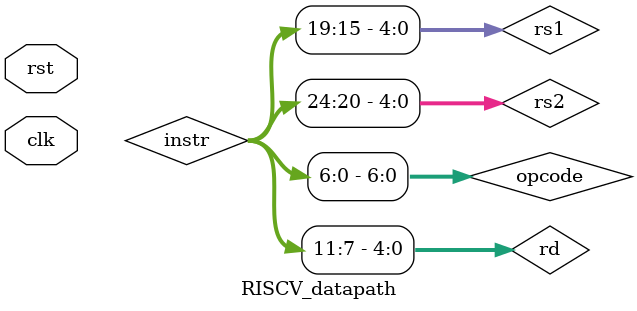
<source format=v>
module RISCV_datapath(input clk,input rst);


//control signals
wire RFWr; //RegfileWr
wire DMWr; //data mem write enable
wire PCWr; //PCwrite enable
wire IRWr; //Inst reg write enable 
wire Asel; //selecting A input of ALU
wire Bsel; //selecting B input of ALU
wire Zero; //zero flag
wire Zero_r; 
wire [4:0] ALUop;
wire [2:0] DMEXTop;
wire [1:0]   NPCop;
wire [1:0]   WDsel;


wire [31:0]  PC;  
wire [31:0]  NPC; 
wire [31:0]  im_dout;
wire [31:0]  dm_dout;
wire [31:0]  DM_dout;
wire [3:0]   WRbe;   
wire [31:0]  DR_out; 
wire [31:0]  instr;  
wire [6:0]   opcode; 
wire [4:0]   rd;  
wire [4:0]   rs1; 
wire [4:0]   rs2; 
wire [2:0]   func3;
wire [6:0]   func7;
wire [31:0]  Imm32;
wire [31:0]  WD;   
wire [31:0]  RD1;  
wire [31:0]  RD1_r;
wire [31:0]  RD2;  
wire [31:0]  RD2_r;
wire [31:0]  A;    
wire [31:0]  B;    
wire [31:0]  C;    
wire [31:0]  C_r;
//wire [31:0] ALUOut;  


assign opcode = instr[6:0];  
assign rd     = instr[11:7];  
assign func3  = instr[14:12]; 
assign rs1    = instr[19:15]; 
assign rs2    = instr[24:20]; 
assign func7  = instr[31:25]; 


RISCV_PC r1(.clk(clk),.rst(rst),.PCwr(PCWr),.NPC(NPC),.PC(PC));

RISCV_NPC r2(.clk(clk),.PC(PC),.IMM(Imm32),.alu_result(C_r),.NPCop(NPCop),.NPC(NPC));

RISCV_Imemory r3(.Clk(clk),.Rst(rst),.Addr(PC),.o_RD(im_dout));

RISCV_InstReg r4(.Clk(clk),.Rst(rst),.i_Wr(IRWr),.i_Data(im_dout),.o_Instruction(instr));

RISCV_Immgen r5(.i_OpCode(opcode),.i_Inst(instr),.o_Immediate(Imm32));

RISCV_Regfile r6(.Clk(clk),.Rst(rst),.i_Addr1(rs1),.i_Addr2(rs2),.i_Addr3(rd),.o_RD1(RD1),.o_RD2(RD2),.i_WE(RFWr),.i_WDSrc(WDsel),.w_Inputs(WD));

RISCV_storagereg r7(.clk(clk),.rst(rst),.din(RD1),.dout(RD1_r));

RISCV_storagereg r8(.clk(clk),.rst(rst),.din(RD2),.dout(RD2_r));

RISCV_Mux2x1 r9(.d0(RD1_r),.d1(PC-3'd4),.sel(Asel),.out(A));

RISCV_Mux2x1 r10(.d0(RD2_r),.d1(Imm32),.sel(Bsel),.out(B));

RISCV_ALU r11(.clk(clk),.i_OpCode(ALUop),.w_SrcA(A),.w_SrcB(B),.o_Result(C),.o_Zero(Zero));

RISCV_flagstorage r12(.clk(clk),.rst(rst),.din(Zero),.dout(Zero_r));

RISCV_storagereg r13(.clk(clk),.rst(rst),.din(C),.dout(C_r));

RISCV_DMEM r14(.WRbe(WRbe),.DMwr(DMWr),.addr(C_r),.WriteData(RD2_r),.ReadData(dm_dout),.clk(clk));

RISCV_storagereg r15(.clk(clk),.rst(rst),.din(dm_dout),.dout(DR_out));

RISCV_EXTDM r16(.dmout(DR_out),.DMEXTop(DMEXTop),.DMout(DM_dout));

RISCV_Mux4x1 r17(.I0(32'h0),.I1(C_r),.I2(DM_dout),.I3(PC),.SEL(WDsel),.OUT(WD));

RISCV_Controlunit r18(
 .clk(clk),
 .rst(rst),
 .Zero(Zero_r),
 .opcode(opcode),
 .func3(func3),
 .func7(func7),  
 .RFWr(RFWr), 
 .DMWr(DMWr), 
 .PCWr(PCWr), 
 .IRWr(IRWr), 
 .ALUop(ALUop), 
 .DMEXTop(DMEXTop), 
 .WDsel(WDsel),  
 .WRbe(WRbe), 
 .Asel(Asel),
 .Bsel(Bsel),
 .NPCop(NPCop));

endmodule






</source>
